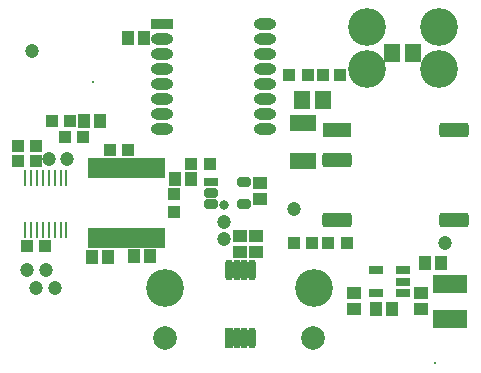
<source format=gts>
G04*
G04 #@! TF.GenerationSoftware,Altium Limited,Altium Designer,20.0.9 (164)*
G04*
G04 Layer_Color=8388736*
%FSLAX25Y25*%
%MOIN*%
G70*
G01*
G75*
%ADD22R,0.00943X0.05456*%
%ADD23O,0.00943X0.05456*%
%ADD38R,0.04143X0.04537*%
%ADD39R,0.04147X0.04147*%
%ADD40C,0.04737*%
%ADD41R,0.07493X0.03792*%
%ADD42R,0.04537X0.04143*%
%ADD43R,0.04147X0.04147*%
%ADD44O,0.07493X0.03792*%
G04:AMPARAMS|DCode=45|XSize=67.06mil|YSize=25.72mil|CornerRadius=8.43mil|HoleSize=0mil|Usage=FLASHONLY|Rotation=90.000|XOffset=0mil|YOffset=0mil|HoleType=Round|Shape=RoundedRectangle|*
%AMROUNDEDRECTD45*
21,1,0.06706,0.00886,0,0,90.0*
21,1,0.05020,0.02572,0,0,90.0*
1,1,0.01686,0.00443,0.02510*
1,1,0.01686,0.00443,-0.02510*
1,1,0.01686,-0.00443,-0.02510*
1,1,0.01686,-0.00443,0.02510*
%
%ADD45ROUNDEDRECTD45*%
%ADD46R,0.02572X0.06706*%
%ADD47R,0.02572X0.06509*%
%ADD48R,0.04737X0.03162*%
G04:AMPARAMS|DCode=49|XSize=31.62mil|YSize=47.37mil|CornerRadius=9.91mil|HoleSize=0mil|Usage=FLASHONLY|Rotation=90.000|XOffset=0mil|YOffset=0mil|HoleType=Round|Shape=RoundedRectangle|*
%AMROUNDEDRECTD49*
21,1,0.03162,0.02756,0,0,90.0*
21,1,0.01181,0.04737,0,0,90.0*
1,1,0.01981,0.01378,0.00591*
1,1,0.01981,0.01378,-0.00591*
1,1,0.01981,-0.01378,-0.00591*
1,1,0.01981,-0.01378,0.00591*
%
%ADD49ROUNDEDRECTD49*%
%ADD50R,0.04934X0.03162*%
G04:AMPARAMS|DCode=51|XSize=47.37mil|YSize=98.16mil|CornerRadius=7.94mil|HoleSize=0mil|Usage=FLASHONLY|Rotation=270.000|XOffset=0mil|YOffset=0mil|HoleType=Round|Shape=RoundedRectangle|*
%AMROUNDEDRECTD51*
21,1,0.04737,0.08228,0,0,270.0*
21,1,0.03150,0.09816,0,0,270.0*
1,1,0.01587,-0.04114,-0.01575*
1,1,0.01587,-0.04114,0.01575*
1,1,0.01587,0.04114,0.01575*
1,1,0.01587,0.04114,-0.01575*
%
%ADD51ROUNDEDRECTD51*%
%ADD52R,0.09816X0.04737*%
%ADD53R,0.03950X0.03950*%
%ADD54R,0.08674X0.05524*%
%ADD55R,0.05328X0.06312*%
%ADD56R,0.11430X0.05918*%
%ADD57C,0.00800*%
%ADD58C,0.07887*%
%ADD59C,0.12611*%
%ADD60C,0.03162*%
D22*
X6491Y56754D02*
D03*
D23*
X8461D02*
D03*
X10431D02*
D03*
X12401D02*
D03*
X14371D02*
D03*
X16341D02*
D03*
X18311D02*
D03*
X20281D02*
D03*
Y73954D02*
D03*
X18311D02*
D03*
X16341D02*
D03*
X14371D02*
D03*
X12401D02*
D03*
X10431D02*
D03*
X8461D02*
D03*
X6491D02*
D03*
D38*
X26083Y92913D02*
D03*
X31398D02*
D03*
X61713Y73622D02*
D03*
X56398D02*
D03*
X42913Y48031D02*
D03*
X48228D02*
D03*
X34154Y47638D02*
D03*
X28839D02*
D03*
X46063Y120472D02*
D03*
X40748D02*
D03*
X139842Y45669D02*
D03*
X145158D02*
D03*
X128657Y30169D02*
D03*
X123343D02*
D03*
D39*
X19783Y87795D02*
D03*
X25886D02*
D03*
X68012Y78740D02*
D03*
X61910D02*
D03*
X40846Y83465D02*
D03*
X34744D02*
D03*
X21555Y92913D02*
D03*
X15453D02*
D03*
X13287Y51181D02*
D03*
X7185D02*
D03*
X10138Y84646D02*
D03*
X4035D02*
D03*
Y79528D02*
D03*
X10138D02*
D03*
X107579Y52362D02*
D03*
X113681D02*
D03*
X100689Y108268D02*
D03*
X94587D02*
D03*
D40*
X72835Y53543D02*
D03*
X13386Y43307D02*
D03*
X7087D02*
D03*
X10236Y37402D02*
D03*
X16535Y37402D02*
D03*
X72835Y59449D02*
D03*
X20472Y80315D02*
D03*
X14567D02*
D03*
X8661Y116142D02*
D03*
X96260Y63583D02*
D03*
X146480Y52362D02*
D03*
D41*
X52181Y125409D02*
D03*
D42*
X84646Y67126D02*
D03*
Y72441D02*
D03*
X83465Y49311D02*
D03*
Y54626D02*
D03*
X78300Y49311D02*
D03*
Y54626D02*
D03*
X116100Y35727D02*
D03*
Y30412D02*
D03*
X138500Y35727D02*
D03*
Y30412D02*
D03*
D43*
X56299Y62697D02*
D03*
Y68799D02*
D03*
D44*
X86630Y125409D02*
D03*
Y90409D02*
D03*
Y95410D02*
D03*
Y100409D02*
D03*
Y105409D02*
D03*
Y110409D02*
D03*
Y115409D02*
D03*
Y120409D02*
D03*
X52181Y90409D02*
D03*
Y95410D02*
D03*
Y100409D02*
D03*
Y105409D02*
D03*
Y110409D02*
D03*
Y115409D02*
D03*
Y120409D02*
D03*
D45*
X82110Y43307D02*
D03*
X79551D02*
D03*
X76992D02*
D03*
X74433D02*
D03*
X82110Y20472D02*
D03*
X79551D02*
D03*
X76992D02*
D03*
D46*
X74433D02*
D03*
D47*
X28937Y53937D02*
D03*
X31496D02*
D03*
X34055D02*
D03*
X36614D02*
D03*
X39173D02*
D03*
X41732D02*
D03*
X44291D02*
D03*
X46850D02*
D03*
X49409D02*
D03*
X51968D02*
D03*
X28937Y77165D02*
D03*
X31496D02*
D03*
X34055D02*
D03*
X36614D02*
D03*
X39173D02*
D03*
X41732D02*
D03*
X44291D02*
D03*
X46850D02*
D03*
X49409D02*
D03*
X51968D02*
D03*
D48*
X68602Y72638D02*
D03*
D49*
Y68898D02*
D03*
Y65158D02*
D03*
X79429D02*
D03*
Y72638D02*
D03*
D50*
X132500Y35669D02*
D03*
Y39409D02*
D03*
Y43150D02*
D03*
X123445D02*
D03*
Y35669D02*
D03*
D51*
X110614Y59961D02*
D03*
Y79961D02*
D03*
X149630Y89961D02*
D03*
Y59961D02*
D03*
D52*
X110614Y89961D02*
D03*
D53*
X102165Y52402D02*
D03*
X96260D02*
D03*
X105709Y108228D02*
D03*
X111614D02*
D03*
D54*
X99000Y92268D02*
D03*
Y79669D02*
D03*
D55*
X135728Y115748D02*
D03*
X128839D02*
D03*
X98917Y100000D02*
D03*
X105807D02*
D03*
D56*
X148161Y27125D02*
D03*
Y38543D02*
D03*
D57*
X29146Y106035D02*
D03*
X143122Y12335D02*
D03*
D58*
X102500Y20669D02*
D03*
X53000D02*
D03*
D59*
X120484Y124146D02*
D03*
X144500D02*
D03*
Y110169D02*
D03*
X120484D02*
D03*
X53161Y37138D02*
D03*
X102768D02*
D03*
D60*
X72835Y64961D02*
D03*
M02*

</source>
